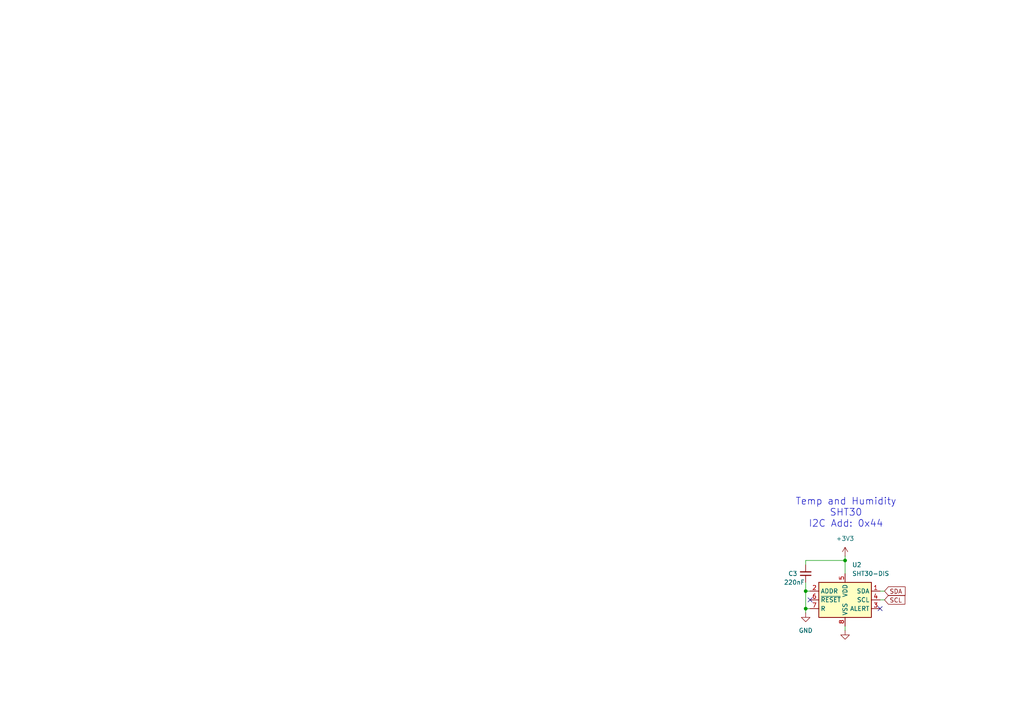
<source format=kicad_sch>
(kicad_sch (version 20250114) (generator "eeschema") (generator_version "9.0")
  (paper "A4")
  (lib_symbols
    (symbol "Device:C_Small" (pin_numbers (hide yes)) (pin_names (offset 0.254) (hide yes))
      (property "Reference" "C" (at 0.254 1.778 0))
      (property "Value" "C_Small" (at 0.254 -2.032 0))
      (symbol "C_Small_0_1"
        (polyline (pts (xy -1.524 0.508) (xy 1.524 0.508)) (stroke (width 0.3048)))
        (polyline (pts (xy -1.524 -0.508) (xy 1.524 -0.508)) (stroke (width 0.3302)))
      )
      (symbol "C_Small_1_1"
        (pin passive line (at 0 2.54 270) (length 2.032) (name "~") (number "1"))
        (pin passive line (at 0 -2.54 90) (length 2.032) (name "~") (number "2"))
      )
    )
    (symbol "Sensor_Humidity:SHT30-DIS"
      (property "Reference" "U" (at -6.35 6.35 0))
      (property "Value" "SHT30-DIS" (at 6.35 6.35 0))
      (symbol "SHT30-DIS_0_1"
        (rectangle (start -7.62 5.08) (end 7.62 -5.08) (stroke (width 0.254)) (fill (type background)))
      )
      (symbol "SHT30-DIS_1_1"
        (pin input line (at -10.16 2.54 0) (length 2.54) (name "ADDR") (number "2"))
        (pin input line (at -10.16 0 0) (length 2.54) (name "~{RESET}") (number "6"))
        (pin passive line (at -10.16 -2.54 0) (length 2.54) (name "R") (number "7"))
        (pin power_in line (at 0 7.62 270) (length 2.54) (name "VDD") (number "5"))
        (pin power_in line (at 0 -7.62 90) (length 2.54) (name "VSS") (number "8"))
        (pin passive line (at 0 -7.62 90) (length 2.54) (hide yes) (name "VSS") (number "9"))
        (pin bidirectional line (at 10.16 2.54 180) (length 2.54) (name "SDA") (number "1"))
        (pin input line (at 10.16 0 180) (length 2.54) (name "SCL") (number "4"))
        (pin output line (at 10.16 -2.54 180) (length 2.54) (name "ALERT") (number "3"))
      )
    )
    (symbol "power:+3V3" (power) (pin_numbers (hide yes)) (pin_names (offset 0) (hide yes))
      (property "Value" "+3V3" (at 0 3.556 0))
      (symbol "+3V3_0_1"
        (polyline (pts (xy -0.762 1.27) (xy 0 2.54)))
        (polyline (pts (xy 0 2.54) (xy 0.762 1.27)))
        (polyline (pts (xy 0 0) (xy 0 2.54)))
      )
      (symbol "+3V3_1_1"
        (pin power_in line (at 0 0 90) (length 0) (name "~") (number "1"))
      )
    )
    (symbol "power:GND" (power) (pin_numbers (hide yes)) (pin_names (offset 0) (hide yes))
      (property "Value" "GND" (at 0 -3.81 0))
      (symbol "GND_0_1"
        (polyline (pts (xy 0 0) (xy 0 -1.27) (xy 1.27 -1.27) (xy 0 -2.54) (xy -1.27 -1.27) (xy 0 -1.27)))
      )
      (symbol "GND_1_1"
        (pin power_in line (at 0 0 270) (length 0) (name "~") (number "1"))
      )
    )
  )
  (text "Temp and Humidity\nSHT30\nI2C Add: 0x44" (at 245.364 153.162 0) (effects (font (size 2 2)) (justify bottom)))
  (junction (at 233.68 171.45))
  (junction (at 233.68 176.53))
  (junction (at 245.11 162.56))
  (no_connect (at 234.95 173.99))
  (no_connect (at 255.27 176.53))
  (wire (pts (xy 233.68 176.53) (xy 234.95 176.53)))
  (wire (pts (xy 245.11 162.56) (xy 245.11 166.37)))
  (wire (pts (xy 234.95 171.45) (xy 233.68 171.45)))
  (wire (pts (xy 233.68 171.45) (xy 233.68 176.53)))
  (wire (pts (xy 255.27 173.99) (xy 256.54 173.99)))
  (wire (pts (xy 255.27 171.45) (xy 256.54 171.45)))
  (wire (pts (xy 233.68 163.83) (xy 233.68 162.56)))
  (wire (pts (xy 233.68 168.91) (xy 233.68 171.45)))
  (wire (pts (xy 245.11 181.61) (xy 245.11 182.88)))
  (wire (pts (xy 233.68 177.8) (xy 233.68 176.53)))
  (wire (pts (xy 233.68 162.56) (xy 245.11 162.56)))
  (wire (pts (xy 245.11 162.56) (xy 245.11 161.29)))
  (global_label "SCL" (shape input) (at 256.54 173.99 0) (property "Intersheetrefs" "${INTERSHEET_REFS}" (effects (hide yes))))
  (global_label "SDA" (shape input) (at 256.54 171.45 0) (property "Intersheetrefs" "${INTERSHEET_REFS}" (effects (hide yes))))
  (symbol (lib_id "power:+3V3") (at 245.11 161.29 0) (unit 1)
    (property "Reference" "#PWR0113" (effects (hide yes)))
    (property "Value" "+3V3" (at 245.11 156.21 0))
  )
  (symbol (lib_id "power:GND") (at 245.11 182.88 0) (unit 1)
    (property "Reference" "#PWR0105" (effects (hide yes)))
    (property "Value" "GND" (effects (hide yes)))
  )
  (symbol (lib_id "power:GND") (at 233.68 177.8 0) (unit 1)
    (property "Reference" "#PWR0106" (effects (hide yes)))
    (property "Value" "GND" (at 233.68 182.88 0))
  )
  (symbol (lib_id "Device:C_Small") (at 233.68 166.37 180) (unit 1)
    (property "Reference" "C3" (at 228.6 166.37 0) (effects (justify right)))
    (property "Value" "220nF" (at 227.33 168.91 0) (effects (justify right)))
    (property "Footprint" "Capacitor_SMD:C_0402_1005Metric" (effects (hide yes)))
    (property "LCSC" "C16772" (effects (hide yes)))
  )
  (symbol (lib_id "Sensor_Humidity:SHT30-DIS") (at 245.11 173.99 0) (unit 1)
    (property "Reference" "U2" (at 247.1294 163.83 0) (effects (justify left)))
    (property "Value" "SHT30-DIS" (at 247.1294 166.37 0) (effects (justify left)))
    (property "Footprint" "Sensor_Humidity:Sensirion_DFN-8-1EP_2.5x2.5mm_P0.5mm_EP1.1x1.7mm" (effects (hide yes)))
    (property "Datasheet" "https://www.sensirion.com/fileadmin/user_upload/customers/sensirion/Dokumente/2_Humidity_Sensors/Datasheets/Sensirion_Humidity_Sensors_SHT3x_Datasheet_digital.pdf" (effects (hide yes)))
    (property "LCSC" "C77361" (effects (hide yes)))
  )
)
</source>
